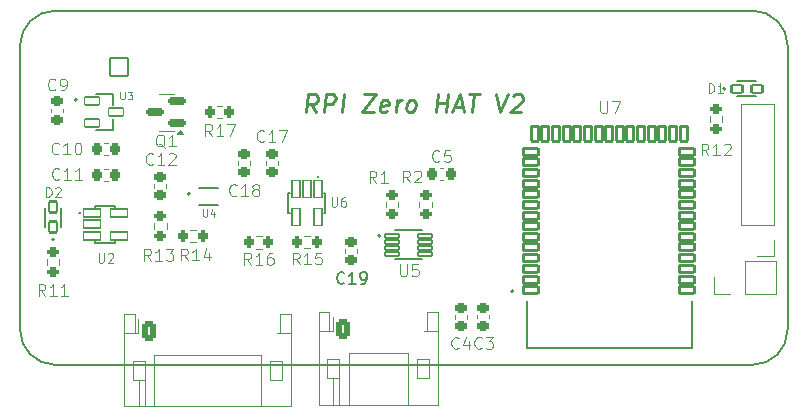
<source format=gbr>
%TF.GenerationSoftware,KiCad,Pcbnew,9.0.1*%
%TF.CreationDate,2025-04-15T21:25:17-04:00*%
%TF.ProjectId,psocpcb,70736f63-7063-4622-9e6b-696361645f70,rev?*%
%TF.SameCoordinates,Original*%
%TF.FileFunction,Legend,Top*%
%TF.FilePolarity,Positive*%
%FSLAX46Y46*%
G04 Gerber Fmt 4.6, Leading zero omitted, Abs format (unit mm)*
G04 Created by KiCad (PCBNEW 9.0.1) date 2025-04-15 21:25:17*
%MOMM*%
%LPD*%
G01*
G04 APERTURE LIST*
G04 Aperture macros list*
%AMRoundRect*
0 Rectangle with rounded corners*
0 $1 Rounding radius*
0 $2 $3 $4 $5 $6 $7 $8 $9 X,Y pos of 4 corners*
0 Add a 4 corners polygon primitive as box body*
4,1,4,$2,$3,$4,$5,$6,$7,$8,$9,$2,$3,0*
0 Add four circle primitives for the rounded corners*
1,1,$1+$1,$2,$3*
1,1,$1+$1,$4,$5*
1,1,$1+$1,$6,$7*
1,1,$1+$1,$8,$9*
0 Add four rect primitives between the rounded corners*
20,1,$1+$1,$2,$3,$4,$5,0*
20,1,$1+$1,$4,$5,$6,$7,0*
20,1,$1+$1,$6,$7,$8,$9,0*
20,1,$1+$1,$8,$9,$2,$3,0*%
G04 Aperture macros list end*
%ADD10C,0.250000*%
%ADD11C,0.125000*%
%ADD12C,0.150000*%
%ADD13C,0.078740*%
%ADD14C,0.100072*%
%ADD15C,0.100000*%
%ADD16C,0.125178*%
%ADD17C,0.080155*%
%ADD18C,0.120000*%
%ADD19C,0.127000*%
%ADD20C,0.200000*%
%ADD21C,0.010000*%
%ADD22RoundRect,0.250000X-0.350000X-0.625000X0.350000X-0.625000X0.350000X0.625000X-0.350000X0.625000X0*%
%ADD23O,1.200000X1.750000*%
%ADD24RoundRect,0.200000X-0.275000X0.200000X-0.275000X-0.200000X0.275000X-0.200000X0.275000X0.200000X0*%
%ADD25RoundRect,0.150000X0.587500X0.150000X-0.587500X0.150000X-0.587500X-0.150000X0.587500X-0.150000X0*%
%ADD26RoundRect,0.225000X-0.225000X-0.250000X0.225000X-0.250000X0.225000X0.250000X-0.225000X0.250000X0*%
%ADD27RoundRect,0.225000X0.250000X-0.225000X0.250000X0.225000X-0.250000X0.225000X-0.250000X-0.225000X0*%
%ADD28RoundRect,0.200000X0.200000X0.275000X-0.200000X0.275000X-0.200000X-0.275000X0.200000X-0.275000X0*%
%ADD29R,1.700000X1.700000*%
%ADD30C,1.700000*%
%ADD31RoundRect,0.225000X-0.250000X0.225000X-0.250000X-0.225000X0.250000X-0.225000X0.250000X0.225000X0*%
%ADD32RoundRect,0.059550X-0.337450X0.727450X-0.337450X-0.727450X0.337450X-0.727450X0.337450X0.727450X0*%
%ADD33RoundRect,0.111750X-0.460250X-0.335250X0.460250X-0.335250X0.460250X0.335250X-0.460250X0.335250X0*%
%ADD34RoundRect,0.059550X-0.727450X-0.337450X0.727450X-0.337450X0.727450X0.337450X-0.727450X0.337450X0*%
%ADD35RoundRect,0.200000X0.275000X-0.200000X0.275000X0.200000X-0.275000X0.200000X-0.275000X-0.200000X0*%
%ADD36RoundRect,0.102000X0.635000X0.305000X-0.635000X0.305000X-0.635000X-0.305000X0.635000X-0.305000X0*%
%ADD37RoundRect,0.102000X0.305000X0.635000X-0.305000X0.635000X-0.305000X-0.635000X0.305000X-0.635000X0*%
%ADD38C,2.750000*%
%ADD39RoundRect,0.102000X-0.754000X-0.754000X0.754000X-0.754000X0.754000X0.754000X-0.754000X0.754000X0*%
%ADD40C,1.712000*%
%ADD41RoundRect,0.059250X-0.602750X-0.177750X0.602750X-0.177750X0.602750X0.177750X-0.602750X0.177750X0*%
%ADD42RoundRect,0.061050X-0.630950X-0.345950X0.630950X-0.345950X0.630950X0.345950X-0.630950X0.345950X0*%
%ADD43RoundRect,0.111750X0.335250X-0.460250X0.335250X0.460250X-0.335250X0.460250X-0.335250X-0.460250X0*%
%ADD44RoundRect,0.200000X-0.200000X-0.275000X0.200000X-0.275000X0.200000X0.275000X-0.200000X0.275000X0*%
G04 APERTURE END LIST*
D10*
X97194830Y-55503428D02*
X96784115Y-54789142D01*
X96337687Y-55503428D02*
X96525187Y-54003428D01*
X96525187Y-54003428D02*
X97096615Y-54003428D01*
X97096615Y-54003428D02*
X97230544Y-54074857D01*
X97230544Y-54074857D02*
X97293044Y-54146285D01*
X97293044Y-54146285D02*
X97346615Y-54289142D01*
X97346615Y-54289142D02*
X97319830Y-54503428D01*
X97319830Y-54503428D02*
X97230544Y-54646285D01*
X97230544Y-54646285D02*
X97150187Y-54717714D01*
X97150187Y-54717714D02*
X96998401Y-54789142D01*
X96998401Y-54789142D02*
X96426973Y-54789142D01*
X97837687Y-55503428D02*
X98025187Y-54003428D01*
X98025187Y-54003428D02*
X98596615Y-54003428D01*
X98596615Y-54003428D02*
X98730544Y-54074857D01*
X98730544Y-54074857D02*
X98793044Y-54146285D01*
X98793044Y-54146285D02*
X98846615Y-54289142D01*
X98846615Y-54289142D02*
X98819830Y-54503428D01*
X98819830Y-54503428D02*
X98730544Y-54646285D01*
X98730544Y-54646285D02*
X98650187Y-54717714D01*
X98650187Y-54717714D02*
X98498401Y-54789142D01*
X98498401Y-54789142D02*
X97926973Y-54789142D01*
X99337687Y-55503428D02*
X99525187Y-54003428D01*
X101239473Y-54003428D02*
X102239473Y-54003428D01*
X102239473Y-54003428D02*
X101051973Y-55503428D01*
X101051973Y-55503428D02*
X102051973Y-55503428D01*
X103203758Y-55432000D02*
X103051972Y-55503428D01*
X103051972Y-55503428D02*
X102766258Y-55503428D01*
X102766258Y-55503428D02*
X102632329Y-55432000D01*
X102632329Y-55432000D02*
X102578758Y-55289142D01*
X102578758Y-55289142D02*
X102650187Y-54717714D01*
X102650187Y-54717714D02*
X102739472Y-54574857D01*
X102739472Y-54574857D02*
X102891258Y-54503428D01*
X102891258Y-54503428D02*
X103176972Y-54503428D01*
X103176972Y-54503428D02*
X103310901Y-54574857D01*
X103310901Y-54574857D02*
X103364472Y-54717714D01*
X103364472Y-54717714D02*
X103346615Y-54860571D01*
X103346615Y-54860571D02*
X102614472Y-55003428D01*
X103909115Y-55503428D02*
X104034115Y-54503428D01*
X103998401Y-54789142D02*
X104087686Y-54646285D01*
X104087686Y-54646285D02*
X104168043Y-54574857D01*
X104168043Y-54574857D02*
X104319829Y-54503428D01*
X104319829Y-54503428D02*
X104462686Y-54503428D01*
X105051972Y-55503428D02*
X104918043Y-55432000D01*
X104918043Y-55432000D02*
X104855543Y-55360571D01*
X104855543Y-55360571D02*
X104801972Y-55217714D01*
X104801972Y-55217714D02*
X104855543Y-54789142D01*
X104855543Y-54789142D02*
X104944829Y-54646285D01*
X104944829Y-54646285D02*
X105025186Y-54574857D01*
X105025186Y-54574857D02*
X105176972Y-54503428D01*
X105176972Y-54503428D02*
X105391257Y-54503428D01*
X105391257Y-54503428D02*
X105525186Y-54574857D01*
X105525186Y-54574857D02*
X105587686Y-54646285D01*
X105587686Y-54646285D02*
X105641257Y-54789142D01*
X105641257Y-54789142D02*
X105587686Y-55217714D01*
X105587686Y-55217714D02*
X105498400Y-55360571D01*
X105498400Y-55360571D02*
X105418043Y-55432000D01*
X105418043Y-55432000D02*
X105266257Y-55503428D01*
X105266257Y-55503428D02*
X105051972Y-55503428D01*
X107337686Y-55503428D02*
X107525186Y-54003428D01*
X107435900Y-54717714D02*
X108293043Y-54717714D01*
X108194829Y-55503428D02*
X108382329Y-54003428D01*
X108891258Y-55074857D02*
X109605543Y-55074857D01*
X108694829Y-55503428D02*
X109382329Y-54003428D01*
X109382329Y-54003428D02*
X109694829Y-55503428D01*
X110168043Y-54003428D02*
X111025186Y-54003428D01*
X110409115Y-55503428D02*
X110596615Y-54003428D01*
X112453757Y-54003428D02*
X112766257Y-55503428D01*
X112766257Y-55503428D02*
X113453757Y-54003428D01*
X113864471Y-54146285D02*
X113944828Y-54074857D01*
X113944828Y-54074857D02*
X114096614Y-54003428D01*
X114096614Y-54003428D02*
X114453757Y-54003428D01*
X114453757Y-54003428D02*
X114587685Y-54074857D01*
X114587685Y-54074857D02*
X114650185Y-54146285D01*
X114650185Y-54146285D02*
X114703757Y-54289142D01*
X114703757Y-54289142D02*
X114685900Y-54432000D01*
X114685900Y-54432000D02*
X114587685Y-54646285D01*
X114587685Y-54646285D02*
X113623400Y-55503428D01*
X113623400Y-55503428D02*
X114551971Y-55503428D01*
D11*
X130407142Y-59156119D02*
X130073809Y-58679928D01*
X129835714Y-59156119D02*
X129835714Y-58156119D01*
X129835714Y-58156119D02*
X130216666Y-58156119D01*
X130216666Y-58156119D02*
X130311904Y-58203738D01*
X130311904Y-58203738D02*
X130359523Y-58251357D01*
X130359523Y-58251357D02*
X130407142Y-58346595D01*
X130407142Y-58346595D02*
X130407142Y-58489452D01*
X130407142Y-58489452D02*
X130359523Y-58584690D01*
X130359523Y-58584690D02*
X130311904Y-58632309D01*
X130311904Y-58632309D02*
X130216666Y-58679928D01*
X130216666Y-58679928D02*
X129835714Y-58679928D01*
X131359523Y-59156119D02*
X130788095Y-59156119D01*
X131073809Y-59156119D02*
X131073809Y-58156119D01*
X131073809Y-58156119D02*
X130978571Y-58298976D01*
X130978571Y-58298976D02*
X130883333Y-58394214D01*
X130883333Y-58394214D02*
X130788095Y-58441833D01*
X131740476Y-58251357D02*
X131788095Y-58203738D01*
X131788095Y-58203738D02*
X131883333Y-58156119D01*
X131883333Y-58156119D02*
X132121428Y-58156119D01*
X132121428Y-58156119D02*
X132216666Y-58203738D01*
X132216666Y-58203738D02*
X132264285Y-58251357D01*
X132264285Y-58251357D02*
X132311904Y-58346595D01*
X132311904Y-58346595D02*
X132311904Y-58441833D01*
X132311904Y-58441833D02*
X132264285Y-58584690D01*
X132264285Y-58584690D02*
X131692857Y-59156119D01*
X131692857Y-59156119D02*
X132311904Y-59156119D01*
X84379761Y-58501357D02*
X84284523Y-58453738D01*
X84284523Y-58453738D02*
X84189285Y-58358500D01*
X84189285Y-58358500D02*
X84046428Y-58215642D01*
X84046428Y-58215642D02*
X83951190Y-58168023D01*
X83951190Y-58168023D02*
X83855952Y-58168023D01*
X83903571Y-58406119D02*
X83808333Y-58358500D01*
X83808333Y-58358500D02*
X83713095Y-58263261D01*
X83713095Y-58263261D02*
X83665476Y-58072785D01*
X83665476Y-58072785D02*
X83665476Y-57739452D01*
X83665476Y-57739452D02*
X83713095Y-57548976D01*
X83713095Y-57548976D02*
X83808333Y-57453738D01*
X83808333Y-57453738D02*
X83903571Y-57406119D01*
X83903571Y-57406119D02*
X84094047Y-57406119D01*
X84094047Y-57406119D02*
X84189285Y-57453738D01*
X84189285Y-57453738D02*
X84284523Y-57548976D01*
X84284523Y-57548976D02*
X84332142Y-57739452D01*
X84332142Y-57739452D02*
X84332142Y-58072785D01*
X84332142Y-58072785D02*
X84284523Y-58263261D01*
X84284523Y-58263261D02*
X84189285Y-58358500D01*
X84189285Y-58358500D02*
X84094047Y-58406119D01*
X84094047Y-58406119D02*
X83903571Y-58406119D01*
X85284523Y-58406119D02*
X84713095Y-58406119D01*
X84998809Y-58406119D02*
X84998809Y-57406119D01*
X84998809Y-57406119D02*
X84903571Y-57548976D01*
X84903571Y-57548976D02*
X84808333Y-57644214D01*
X84808333Y-57644214D02*
X84713095Y-57691833D01*
X75407142Y-58985880D02*
X75359523Y-59033500D01*
X75359523Y-59033500D02*
X75216666Y-59081119D01*
X75216666Y-59081119D02*
X75121428Y-59081119D01*
X75121428Y-59081119D02*
X74978571Y-59033500D01*
X74978571Y-59033500D02*
X74883333Y-58938261D01*
X74883333Y-58938261D02*
X74835714Y-58843023D01*
X74835714Y-58843023D02*
X74788095Y-58652547D01*
X74788095Y-58652547D02*
X74788095Y-58509690D01*
X74788095Y-58509690D02*
X74835714Y-58319214D01*
X74835714Y-58319214D02*
X74883333Y-58223976D01*
X74883333Y-58223976D02*
X74978571Y-58128738D01*
X74978571Y-58128738D02*
X75121428Y-58081119D01*
X75121428Y-58081119D02*
X75216666Y-58081119D01*
X75216666Y-58081119D02*
X75359523Y-58128738D01*
X75359523Y-58128738D02*
X75407142Y-58176357D01*
X76359523Y-59081119D02*
X75788095Y-59081119D01*
X76073809Y-59081119D02*
X76073809Y-58081119D01*
X76073809Y-58081119D02*
X75978571Y-58223976D01*
X75978571Y-58223976D02*
X75883333Y-58319214D01*
X75883333Y-58319214D02*
X75788095Y-58366833D01*
X76978571Y-58081119D02*
X77073809Y-58081119D01*
X77073809Y-58081119D02*
X77169047Y-58128738D01*
X77169047Y-58128738D02*
X77216666Y-58176357D01*
X77216666Y-58176357D02*
X77264285Y-58271595D01*
X77264285Y-58271595D02*
X77311904Y-58462071D01*
X77311904Y-58462071D02*
X77311904Y-58700166D01*
X77311904Y-58700166D02*
X77264285Y-58890642D01*
X77264285Y-58890642D02*
X77216666Y-58985880D01*
X77216666Y-58985880D02*
X77169047Y-59033500D01*
X77169047Y-59033500D02*
X77073809Y-59081119D01*
X77073809Y-59081119D02*
X76978571Y-59081119D01*
X76978571Y-59081119D02*
X76883333Y-59033500D01*
X76883333Y-59033500D02*
X76835714Y-58985880D01*
X76835714Y-58985880D02*
X76788095Y-58890642D01*
X76788095Y-58890642D02*
X76740476Y-58700166D01*
X76740476Y-58700166D02*
X76740476Y-58462071D01*
X76740476Y-58462071D02*
X76788095Y-58271595D01*
X76788095Y-58271595D02*
X76835714Y-58176357D01*
X76835714Y-58176357D02*
X76883333Y-58128738D01*
X76883333Y-58128738D02*
X76978571Y-58081119D01*
X74257142Y-71056119D02*
X73923809Y-70579928D01*
X73685714Y-71056119D02*
X73685714Y-70056119D01*
X73685714Y-70056119D02*
X74066666Y-70056119D01*
X74066666Y-70056119D02*
X74161904Y-70103738D01*
X74161904Y-70103738D02*
X74209523Y-70151357D01*
X74209523Y-70151357D02*
X74257142Y-70246595D01*
X74257142Y-70246595D02*
X74257142Y-70389452D01*
X74257142Y-70389452D02*
X74209523Y-70484690D01*
X74209523Y-70484690D02*
X74161904Y-70532309D01*
X74161904Y-70532309D02*
X74066666Y-70579928D01*
X74066666Y-70579928D02*
X73685714Y-70579928D01*
X75209523Y-71056119D02*
X74638095Y-71056119D01*
X74923809Y-71056119D02*
X74923809Y-70056119D01*
X74923809Y-70056119D02*
X74828571Y-70198976D01*
X74828571Y-70198976D02*
X74733333Y-70294214D01*
X74733333Y-70294214D02*
X74638095Y-70341833D01*
X76161904Y-71056119D02*
X75590476Y-71056119D01*
X75876190Y-71056119D02*
X75876190Y-70056119D01*
X75876190Y-70056119D02*
X75780952Y-70198976D01*
X75780952Y-70198976D02*
X75685714Y-70294214D01*
X75685714Y-70294214D02*
X75590476Y-70341833D01*
X90457142Y-62510880D02*
X90409523Y-62558500D01*
X90409523Y-62558500D02*
X90266666Y-62606119D01*
X90266666Y-62606119D02*
X90171428Y-62606119D01*
X90171428Y-62606119D02*
X90028571Y-62558500D01*
X90028571Y-62558500D02*
X89933333Y-62463261D01*
X89933333Y-62463261D02*
X89885714Y-62368023D01*
X89885714Y-62368023D02*
X89838095Y-62177547D01*
X89838095Y-62177547D02*
X89838095Y-62034690D01*
X89838095Y-62034690D02*
X89885714Y-61844214D01*
X89885714Y-61844214D02*
X89933333Y-61748976D01*
X89933333Y-61748976D02*
X90028571Y-61653738D01*
X90028571Y-61653738D02*
X90171428Y-61606119D01*
X90171428Y-61606119D02*
X90266666Y-61606119D01*
X90266666Y-61606119D02*
X90409523Y-61653738D01*
X90409523Y-61653738D02*
X90457142Y-61701357D01*
X91409523Y-62606119D02*
X90838095Y-62606119D01*
X91123809Y-62606119D02*
X91123809Y-61606119D01*
X91123809Y-61606119D02*
X91028571Y-61748976D01*
X91028571Y-61748976D02*
X90933333Y-61844214D01*
X90933333Y-61844214D02*
X90838095Y-61891833D01*
X91980952Y-62034690D02*
X91885714Y-61987071D01*
X91885714Y-61987071D02*
X91838095Y-61939452D01*
X91838095Y-61939452D02*
X91790476Y-61844214D01*
X91790476Y-61844214D02*
X91790476Y-61796595D01*
X91790476Y-61796595D02*
X91838095Y-61701357D01*
X91838095Y-61701357D02*
X91885714Y-61653738D01*
X91885714Y-61653738D02*
X91980952Y-61606119D01*
X91980952Y-61606119D02*
X92171428Y-61606119D01*
X92171428Y-61606119D02*
X92266666Y-61653738D01*
X92266666Y-61653738D02*
X92314285Y-61701357D01*
X92314285Y-61701357D02*
X92361904Y-61796595D01*
X92361904Y-61796595D02*
X92361904Y-61844214D01*
X92361904Y-61844214D02*
X92314285Y-61939452D01*
X92314285Y-61939452D02*
X92266666Y-61987071D01*
X92266666Y-61987071D02*
X92171428Y-62034690D01*
X92171428Y-62034690D02*
X91980952Y-62034690D01*
X91980952Y-62034690D02*
X91885714Y-62082309D01*
X91885714Y-62082309D02*
X91838095Y-62129928D01*
X91838095Y-62129928D02*
X91790476Y-62225166D01*
X91790476Y-62225166D02*
X91790476Y-62415642D01*
X91790476Y-62415642D02*
X91838095Y-62510880D01*
X91838095Y-62510880D02*
X91885714Y-62558500D01*
X91885714Y-62558500D02*
X91980952Y-62606119D01*
X91980952Y-62606119D02*
X92171428Y-62606119D01*
X92171428Y-62606119D02*
X92266666Y-62558500D01*
X92266666Y-62558500D02*
X92314285Y-62510880D01*
X92314285Y-62510880D02*
X92361904Y-62415642D01*
X92361904Y-62415642D02*
X92361904Y-62225166D01*
X92361904Y-62225166D02*
X92314285Y-62129928D01*
X92314285Y-62129928D02*
X92266666Y-62082309D01*
X92266666Y-62082309D02*
X92171428Y-62034690D01*
X91684642Y-68411119D02*
X91351309Y-67934928D01*
X91113214Y-68411119D02*
X91113214Y-67411119D01*
X91113214Y-67411119D02*
X91494166Y-67411119D01*
X91494166Y-67411119D02*
X91589404Y-67458738D01*
X91589404Y-67458738D02*
X91637023Y-67506357D01*
X91637023Y-67506357D02*
X91684642Y-67601595D01*
X91684642Y-67601595D02*
X91684642Y-67744452D01*
X91684642Y-67744452D02*
X91637023Y-67839690D01*
X91637023Y-67839690D02*
X91589404Y-67887309D01*
X91589404Y-67887309D02*
X91494166Y-67934928D01*
X91494166Y-67934928D02*
X91113214Y-67934928D01*
X92637023Y-68411119D02*
X92065595Y-68411119D01*
X92351309Y-68411119D02*
X92351309Y-67411119D01*
X92351309Y-67411119D02*
X92256071Y-67553976D01*
X92256071Y-67553976D02*
X92160833Y-67649214D01*
X92160833Y-67649214D02*
X92065595Y-67696833D01*
X93494166Y-67411119D02*
X93303690Y-67411119D01*
X93303690Y-67411119D02*
X93208452Y-67458738D01*
X93208452Y-67458738D02*
X93160833Y-67506357D01*
X93160833Y-67506357D02*
X93065595Y-67649214D01*
X93065595Y-67649214D02*
X93017976Y-67839690D01*
X93017976Y-67839690D02*
X93017976Y-68220642D01*
X93017976Y-68220642D02*
X93065595Y-68315880D01*
X93065595Y-68315880D02*
X93113214Y-68363500D01*
X93113214Y-68363500D02*
X93208452Y-68411119D01*
X93208452Y-68411119D02*
X93398928Y-68411119D01*
X93398928Y-68411119D02*
X93494166Y-68363500D01*
X93494166Y-68363500D02*
X93541785Y-68315880D01*
X93541785Y-68315880D02*
X93589404Y-68220642D01*
X93589404Y-68220642D02*
X93589404Y-67982547D01*
X93589404Y-67982547D02*
X93541785Y-67887309D01*
X93541785Y-67887309D02*
X93494166Y-67839690D01*
X93494166Y-67839690D02*
X93398928Y-67792071D01*
X93398928Y-67792071D02*
X93208452Y-67792071D01*
X93208452Y-67792071D02*
X93113214Y-67839690D01*
X93113214Y-67839690D02*
X93065595Y-67887309D01*
X93065595Y-67887309D02*
X93017976Y-67982547D01*
X88382142Y-57531119D02*
X88048809Y-57054928D01*
X87810714Y-57531119D02*
X87810714Y-56531119D01*
X87810714Y-56531119D02*
X88191666Y-56531119D01*
X88191666Y-56531119D02*
X88286904Y-56578738D01*
X88286904Y-56578738D02*
X88334523Y-56626357D01*
X88334523Y-56626357D02*
X88382142Y-56721595D01*
X88382142Y-56721595D02*
X88382142Y-56864452D01*
X88382142Y-56864452D02*
X88334523Y-56959690D01*
X88334523Y-56959690D02*
X88286904Y-57007309D01*
X88286904Y-57007309D02*
X88191666Y-57054928D01*
X88191666Y-57054928D02*
X87810714Y-57054928D01*
X89334523Y-57531119D02*
X88763095Y-57531119D01*
X89048809Y-57531119D02*
X89048809Y-56531119D01*
X89048809Y-56531119D02*
X88953571Y-56673976D01*
X88953571Y-56673976D02*
X88858333Y-56769214D01*
X88858333Y-56769214D02*
X88763095Y-56816833D01*
X89667857Y-56531119D02*
X90334523Y-56531119D01*
X90334523Y-56531119D02*
X89905952Y-57531119D01*
X83207142Y-68081119D02*
X82873809Y-67604928D01*
X82635714Y-68081119D02*
X82635714Y-67081119D01*
X82635714Y-67081119D02*
X83016666Y-67081119D01*
X83016666Y-67081119D02*
X83111904Y-67128738D01*
X83111904Y-67128738D02*
X83159523Y-67176357D01*
X83159523Y-67176357D02*
X83207142Y-67271595D01*
X83207142Y-67271595D02*
X83207142Y-67414452D01*
X83207142Y-67414452D02*
X83159523Y-67509690D01*
X83159523Y-67509690D02*
X83111904Y-67557309D01*
X83111904Y-67557309D02*
X83016666Y-67604928D01*
X83016666Y-67604928D02*
X82635714Y-67604928D01*
X84159523Y-68081119D02*
X83588095Y-68081119D01*
X83873809Y-68081119D02*
X83873809Y-67081119D01*
X83873809Y-67081119D02*
X83778571Y-67223976D01*
X83778571Y-67223976D02*
X83683333Y-67319214D01*
X83683333Y-67319214D02*
X83588095Y-67366833D01*
X84492857Y-67081119D02*
X85111904Y-67081119D01*
X85111904Y-67081119D02*
X84778571Y-67462071D01*
X84778571Y-67462071D02*
X84921428Y-67462071D01*
X84921428Y-67462071D02*
X85016666Y-67509690D01*
X85016666Y-67509690D02*
X85064285Y-67557309D01*
X85064285Y-67557309D02*
X85111904Y-67652547D01*
X85111904Y-67652547D02*
X85111904Y-67890642D01*
X85111904Y-67890642D02*
X85064285Y-67985880D01*
X85064285Y-67985880D02*
X85016666Y-68033500D01*
X85016666Y-68033500D02*
X84921428Y-68081119D01*
X84921428Y-68081119D02*
X84635714Y-68081119D01*
X84635714Y-68081119D02*
X84540476Y-68033500D01*
X84540476Y-68033500D02*
X84492857Y-67985880D01*
X75108333Y-53560880D02*
X75060714Y-53608500D01*
X75060714Y-53608500D02*
X74917857Y-53656119D01*
X74917857Y-53656119D02*
X74822619Y-53656119D01*
X74822619Y-53656119D02*
X74679762Y-53608500D01*
X74679762Y-53608500D02*
X74584524Y-53513261D01*
X74584524Y-53513261D02*
X74536905Y-53418023D01*
X74536905Y-53418023D02*
X74489286Y-53227547D01*
X74489286Y-53227547D02*
X74489286Y-53084690D01*
X74489286Y-53084690D02*
X74536905Y-52894214D01*
X74536905Y-52894214D02*
X74584524Y-52798976D01*
X74584524Y-52798976D02*
X74679762Y-52703738D01*
X74679762Y-52703738D02*
X74822619Y-52656119D01*
X74822619Y-52656119D02*
X74917857Y-52656119D01*
X74917857Y-52656119D02*
X75060714Y-52703738D01*
X75060714Y-52703738D02*
X75108333Y-52751357D01*
X75584524Y-53656119D02*
X75775000Y-53656119D01*
X75775000Y-53656119D02*
X75870238Y-53608500D01*
X75870238Y-53608500D02*
X75917857Y-53560880D01*
X75917857Y-53560880D02*
X76013095Y-53418023D01*
X76013095Y-53418023D02*
X76060714Y-53227547D01*
X76060714Y-53227547D02*
X76060714Y-52846595D01*
X76060714Y-52846595D02*
X76013095Y-52751357D01*
X76013095Y-52751357D02*
X75965476Y-52703738D01*
X75965476Y-52703738D02*
X75870238Y-52656119D01*
X75870238Y-52656119D02*
X75679762Y-52656119D01*
X75679762Y-52656119D02*
X75584524Y-52703738D01*
X75584524Y-52703738D02*
X75536905Y-52751357D01*
X75536905Y-52751357D02*
X75489286Y-52846595D01*
X75489286Y-52846595D02*
X75489286Y-53084690D01*
X75489286Y-53084690D02*
X75536905Y-53179928D01*
X75536905Y-53179928D02*
X75584524Y-53227547D01*
X75584524Y-53227547D02*
X75679762Y-53275166D01*
X75679762Y-53275166D02*
X75870238Y-53275166D01*
X75870238Y-53275166D02*
X75965476Y-53227547D01*
X75965476Y-53227547D02*
X76013095Y-53179928D01*
X76013095Y-53179928D02*
X76060714Y-53084690D01*
X95782142Y-68386119D02*
X95448809Y-67909928D01*
X95210714Y-68386119D02*
X95210714Y-67386119D01*
X95210714Y-67386119D02*
X95591666Y-67386119D01*
X95591666Y-67386119D02*
X95686904Y-67433738D01*
X95686904Y-67433738D02*
X95734523Y-67481357D01*
X95734523Y-67481357D02*
X95782142Y-67576595D01*
X95782142Y-67576595D02*
X95782142Y-67719452D01*
X95782142Y-67719452D02*
X95734523Y-67814690D01*
X95734523Y-67814690D02*
X95686904Y-67862309D01*
X95686904Y-67862309D02*
X95591666Y-67909928D01*
X95591666Y-67909928D02*
X95210714Y-67909928D01*
X96734523Y-68386119D02*
X96163095Y-68386119D01*
X96448809Y-68386119D02*
X96448809Y-67386119D01*
X96448809Y-67386119D02*
X96353571Y-67528976D01*
X96353571Y-67528976D02*
X96258333Y-67624214D01*
X96258333Y-67624214D02*
X96163095Y-67671833D01*
X97639285Y-67386119D02*
X97163095Y-67386119D01*
X97163095Y-67386119D02*
X97115476Y-67862309D01*
X97115476Y-67862309D02*
X97163095Y-67814690D01*
X97163095Y-67814690D02*
X97258333Y-67767071D01*
X97258333Y-67767071D02*
X97496428Y-67767071D01*
X97496428Y-67767071D02*
X97591666Y-67814690D01*
X97591666Y-67814690D02*
X97639285Y-67862309D01*
X97639285Y-67862309D02*
X97686904Y-67957547D01*
X97686904Y-67957547D02*
X97686904Y-68195642D01*
X97686904Y-68195642D02*
X97639285Y-68290880D01*
X97639285Y-68290880D02*
X97591666Y-68338500D01*
X97591666Y-68338500D02*
X97496428Y-68386119D01*
X97496428Y-68386119D02*
X97258333Y-68386119D01*
X97258333Y-68386119D02*
X97163095Y-68338500D01*
X97163095Y-68338500D02*
X97115476Y-68290880D01*
D12*
X99582142Y-69959580D02*
X99534523Y-70007200D01*
X99534523Y-70007200D02*
X99391666Y-70054819D01*
X99391666Y-70054819D02*
X99296428Y-70054819D01*
X99296428Y-70054819D02*
X99153571Y-70007200D01*
X99153571Y-70007200D02*
X99058333Y-69911961D01*
X99058333Y-69911961D02*
X99010714Y-69816723D01*
X99010714Y-69816723D02*
X98963095Y-69626247D01*
X98963095Y-69626247D02*
X98963095Y-69483390D01*
X98963095Y-69483390D02*
X99010714Y-69292914D01*
X99010714Y-69292914D02*
X99058333Y-69197676D01*
X99058333Y-69197676D02*
X99153571Y-69102438D01*
X99153571Y-69102438D02*
X99296428Y-69054819D01*
X99296428Y-69054819D02*
X99391666Y-69054819D01*
X99391666Y-69054819D02*
X99534523Y-69102438D01*
X99534523Y-69102438D02*
X99582142Y-69150057D01*
X100534523Y-70054819D02*
X99963095Y-70054819D01*
X100248809Y-70054819D02*
X100248809Y-69054819D01*
X100248809Y-69054819D02*
X100153571Y-69197676D01*
X100153571Y-69197676D02*
X100058333Y-69292914D01*
X100058333Y-69292914D02*
X99963095Y-69340533D01*
X101010714Y-70054819D02*
X101201190Y-70054819D01*
X101201190Y-70054819D02*
X101296428Y-70007200D01*
X101296428Y-70007200D02*
X101344047Y-69959580D01*
X101344047Y-69959580D02*
X101439285Y-69816723D01*
X101439285Y-69816723D02*
X101486904Y-69626247D01*
X101486904Y-69626247D02*
X101486904Y-69245295D01*
X101486904Y-69245295D02*
X101439285Y-69150057D01*
X101439285Y-69150057D02*
X101391666Y-69102438D01*
X101391666Y-69102438D02*
X101296428Y-69054819D01*
X101296428Y-69054819D02*
X101105952Y-69054819D01*
X101105952Y-69054819D02*
X101010714Y-69102438D01*
X101010714Y-69102438D02*
X100963095Y-69150057D01*
X100963095Y-69150057D02*
X100915476Y-69245295D01*
X100915476Y-69245295D02*
X100915476Y-69483390D01*
X100915476Y-69483390D02*
X100963095Y-69578628D01*
X100963095Y-69578628D02*
X101010714Y-69626247D01*
X101010714Y-69626247D02*
X101105952Y-69673866D01*
X101105952Y-69673866D02*
X101296428Y-69673866D01*
X101296428Y-69673866D02*
X101391666Y-69626247D01*
X101391666Y-69626247D02*
X101439285Y-69578628D01*
X101439285Y-69578628D02*
X101486904Y-69483390D01*
D13*
X87620060Y-63732398D02*
X87620060Y-64242334D01*
X87620060Y-64242334D02*
X87650056Y-64302326D01*
X87650056Y-64302326D02*
X87680052Y-64332323D01*
X87680052Y-64332323D02*
X87740045Y-64362319D01*
X87740045Y-64362319D02*
X87860030Y-64362319D01*
X87860030Y-64362319D02*
X87920022Y-64332323D01*
X87920022Y-64332323D02*
X87950018Y-64302326D01*
X87950018Y-64302326D02*
X87980015Y-64242334D01*
X87980015Y-64242334D02*
X87980015Y-63732398D01*
X88549943Y-63942371D02*
X88549943Y-64362319D01*
X88399962Y-63702402D02*
X88249980Y-64152345D01*
X88249980Y-64152345D02*
X88639932Y-64152345D01*
D11*
X83382142Y-59860880D02*
X83334523Y-59908500D01*
X83334523Y-59908500D02*
X83191666Y-59956119D01*
X83191666Y-59956119D02*
X83096428Y-59956119D01*
X83096428Y-59956119D02*
X82953571Y-59908500D01*
X82953571Y-59908500D02*
X82858333Y-59813261D01*
X82858333Y-59813261D02*
X82810714Y-59718023D01*
X82810714Y-59718023D02*
X82763095Y-59527547D01*
X82763095Y-59527547D02*
X82763095Y-59384690D01*
X82763095Y-59384690D02*
X82810714Y-59194214D01*
X82810714Y-59194214D02*
X82858333Y-59098976D01*
X82858333Y-59098976D02*
X82953571Y-59003738D01*
X82953571Y-59003738D02*
X83096428Y-58956119D01*
X83096428Y-58956119D02*
X83191666Y-58956119D01*
X83191666Y-58956119D02*
X83334523Y-59003738D01*
X83334523Y-59003738D02*
X83382142Y-59051357D01*
X84334523Y-59956119D02*
X83763095Y-59956119D01*
X84048809Y-59956119D02*
X84048809Y-58956119D01*
X84048809Y-58956119D02*
X83953571Y-59098976D01*
X83953571Y-59098976D02*
X83858333Y-59194214D01*
X83858333Y-59194214D02*
X83763095Y-59241833D01*
X84715476Y-59051357D02*
X84763095Y-59003738D01*
X84763095Y-59003738D02*
X84858333Y-58956119D01*
X84858333Y-58956119D02*
X85096428Y-58956119D01*
X85096428Y-58956119D02*
X85191666Y-59003738D01*
X85191666Y-59003738D02*
X85239285Y-59051357D01*
X85239285Y-59051357D02*
X85286904Y-59146595D01*
X85286904Y-59146595D02*
X85286904Y-59241833D01*
X85286904Y-59241833D02*
X85239285Y-59384690D01*
X85239285Y-59384690D02*
X84667857Y-59956119D01*
X84667857Y-59956119D02*
X85286904Y-59956119D01*
D14*
X98490038Y-62714582D02*
X98490038Y-63362667D01*
X98490038Y-63362667D02*
X98528160Y-63438912D01*
X98528160Y-63438912D02*
X98566283Y-63477035D01*
X98566283Y-63477035D02*
X98642528Y-63515157D01*
X98642528Y-63515157D02*
X98795019Y-63515157D01*
X98795019Y-63515157D02*
X98871264Y-63477035D01*
X98871264Y-63477035D02*
X98909386Y-63438912D01*
X98909386Y-63438912D02*
X98947509Y-63362667D01*
X98947509Y-63362667D02*
X98947509Y-62714582D01*
X99671839Y-62714582D02*
X99519349Y-62714582D01*
X99519349Y-62714582D02*
X99443103Y-62752705D01*
X99443103Y-62752705D02*
X99404981Y-62790827D01*
X99404981Y-62790827D02*
X99328736Y-62905195D01*
X99328736Y-62905195D02*
X99290613Y-63057686D01*
X99290613Y-63057686D02*
X99290613Y-63362667D01*
X99290613Y-63362667D02*
X99328736Y-63438912D01*
X99328736Y-63438912D02*
X99366858Y-63477035D01*
X99366858Y-63477035D02*
X99443103Y-63515157D01*
X99443103Y-63515157D02*
X99595594Y-63515157D01*
X99595594Y-63515157D02*
X99671839Y-63477035D01*
X99671839Y-63477035D02*
X99709962Y-63438912D01*
X99709962Y-63438912D02*
X99748084Y-63362667D01*
X99748084Y-63362667D02*
X99748084Y-63172054D01*
X99748084Y-63172054D02*
X99709962Y-63095808D01*
X99709962Y-63095808D02*
X99671839Y-63057686D01*
X99671839Y-63057686D02*
X99595594Y-63019563D01*
X99595594Y-63019563D02*
X99443103Y-63019563D01*
X99443103Y-63019563D02*
X99366858Y-63057686D01*
X99366858Y-63057686D02*
X99328736Y-63095808D01*
X99328736Y-63095808D02*
X99290613Y-63172054D01*
D15*
X130434524Y-53864895D02*
X130434524Y-53064895D01*
X130434524Y-53064895D02*
X130625000Y-53064895D01*
X130625000Y-53064895D02*
X130739286Y-53102990D01*
X130739286Y-53102990D02*
X130815476Y-53179180D01*
X130815476Y-53179180D02*
X130853571Y-53255371D01*
X130853571Y-53255371D02*
X130891667Y-53407752D01*
X130891667Y-53407752D02*
X130891667Y-53522038D01*
X130891667Y-53522038D02*
X130853571Y-53674419D01*
X130853571Y-53674419D02*
X130815476Y-53750609D01*
X130815476Y-53750609D02*
X130739286Y-53826800D01*
X130739286Y-53826800D02*
X130625000Y-53864895D01*
X130625000Y-53864895D02*
X130434524Y-53864895D01*
X131653571Y-53864895D02*
X131196428Y-53864895D01*
X131425000Y-53864895D02*
X131425000Y-53064895D01*
X131425000Y-53064895D02*
X131348809Y-53179180D01*
X131348809Y-53179180D02*
X131272619Y-53255371D01*
X131272619Y-53255371D02*
X131196428Y-53293466D01*
D14*
X78765038Y-67439582D02*
X78765038Y-68087667D01*
X78765038Y-68087667D02*
X78803160Y-68163912D01*
X78803160Y-68163912D02*
X78841283Y-68202035D01*
X78841283Y-68202035D02*
X78917528Y-68240157D01*
X78917528Y-68240157D02*
X79070019Y-68240157D01*
X79070019Y-68240157D02*
X79146264Y-68202035D01*
X79146264Y-68202035D02*
X79184386Y-68163912D01*
X79184386Y-68163912D02*
X79222509Y-68087667D01*
X79222509Y-68087667D02*
X79222509Y-67439582D01*
X79565613Y-67515827D02*
X79603736Y-67477705D01*
X79603736Y-67477705D02*
X79679981Y-67439582D01*
X79679981Y-67439582D02*
X79870594Y-67439582D01*
X79870594Y-67439582D02*
X79946839Y-67477705D01*
X79946839Y-67477705D02*
X79984962Y-67515827D01*
X79984962Y-67515827D02*
X80023084Y-67592073D01*
X80023084Y-67592073D02*
X80023084Y-67668318D01*
X80023084Y-67668318D02*
X79984962Y-67782686D01*
X79984962Y-67782686D02*
X79527490Y-68240157D01*
X79527490Y-68240157D02*
X80023084Y-68240157D01*
D11*
X105133333Y-61456119D02*
X104800000Y-60979928D01*
X104561905Y-61456119D02*
X104561905Y-60456119D01*
X104561905Y-60456119D02*
X104942857Y-60456119D01*
X104942857Y-60456119D02*
X105038095Y-60503738D01*
X105038095Y-60503738D02*
X105085714Y-60551357D01*
X105085714Y-60551357D02*
X105133333Y-60646595D01*
X105133333Y-60646595D02*
X105133333Y-60789452D01*
X105133333Y-60789452D02*
X105085714Y-60884690D01*
X105085714Y-60884690D02*
X105038095Y-60932309D01*
X105038095Y-60932309D02*
X104942857Y-60979928D01*
X104942857Y-60979928D02*
X104561905Y-60979928D01*
X105514286Y-60551357D02*
X105561905Y-60503738D01*
X105561905Y-60503738D02*
X105657143Y-60456119D01*
X105657143Y-60456119D02*
X105895238Y-60456119D01*
X105895238Y-60456119D02*
X105990476Y-60503738D01*
X105990476Y-60503738D02*
X106038095Y-60551357D01*
X106038095Y-60551357D02*
X106085714Y-60646595D01*
X106085714Y-60646595D02*
X106085714Y-60741833D01*
X106085714Y-60741833D02*
X106038095Y-60884690D01*
X106038095Y-60884690D02*
X105466667Y-61456119D01*
X105466667Y-61456119D02*
X106085714Y-61456119D01*
D16*
X121262009Y-54580343D02*
X121262009Y-55391021D01*
X121262009Y-55391021D02*
X121309696Y-55486395D01*
X121309696Y-55486395D02*
X121357383Y-55534082D01*
X121357383Y-55534082D02*
X121452757Y-55581768D01*
X121452757Y-55581768D02*
X121643504Y-55581768D01*
X121643504Y-55581768D02*
X121738878Y-55534082D01*
X121738878Y-55534082D02*
X121786565Y-55486395D01*
X121786565Y-55486395D02*
X121834252Y-55391021D01*
X121834252Y-55391021D02*
X121834252Y-54580343D01*
X122215747Y-54580343D02*
X122883364Y-54580343D01*
X122883364Y-54580343D02*
X122454182Y-55581768D01*
D11*
X109258333Y-75460880D02*
X109210714Y-75508500D01*
X109210714Y-75508500D02*
X109067857Y-75556119D01*
X109067857Y-75556119D02*
X108972619Y-75556119D01*
X108972619Y-75556119D02*
X108829762Y-75508500D01*
X108829762Y-75508500D02*
X108734524Y-75413261D01*
X108734524Y-75413261D02*
X108686905Y-75318023D01*
X108686905Y-75318023D02*
X108639286Y-75127547D01*
X108639286Y-75127547D02*
X108639286Y-74984690D01*
X108639286Y-74984690D02*
X108686905Y-74794214D01*
X108686905Y-74794214D02*
X108734524Y-74698976D01*
X108734524Y-74698976D02*
X108829762Y-74603738D01*
X108829762Y-74603738D02*
X108972619Y-74556119D01*
X108972619Y-74556119D02*
X109067857Y-74556119D01*
X109067857Y-74556119D02*
X109210714Y-74603738D01*
X109210714Y-74603738D02*
X109258333Y-74651357D01*
X110115476Y-74889452D02*
X110115476Y-75556119D01*
X109877381Y-74508500D02*
X109639286Y-75222785D01*
X109639286Y-75222785D02*
X110258333Y-75222785D01*
X104288095Y-68381119D02*
X104288095Y-69190642D01*
X104288095Y-69190642D02*
X104335714Y-69285880D01*
X104335714Y-69285880D02*
X104383333Y-69333500D01*
X104383333Y-69333500D02*
X104478571Y-69381119D01*
X104478571Y-69381119D02*
X104669047Y-69381119D01*
X104669047Y-69381119D02*
X104764285Y-69333500D01*
X104764285Y-69333500D02*
X104811904Y-69285880D01*
X104811904Y-69285880D02*
X104859523Y-69190642D01*
X104859523Y-69190642D02*
X104859523Y-68381119D01*
X105811904Y-68381119D02*
X105335714Y-68381119D01*
X105335714Y-68381119D02*
X105288095Y-68857309D01*
X105288095Y-68857309D02*
X105335714Y-68809690D01*
X105335714Y-68809690D02*
X105430952Y-68762071D01*
X105430952Y-68762071D02*
X105669047Y-68762071D01*
X105669047Y-68762071D02*
X105764285Y-68809690D01*
X105764285Y-68809690D02*
X105811904Y-68857309D01*
X105811904Y-68857309D02*
X105859523Y-68952547D01*
X105859523Y-68952547D02*
X105859523Y-69190642D01*
X105859523Y-69190642D02*
X105811904Y-69285880D01*
X105811904Y-69285880D02*
X105764285Y-69333500D01*
X105764285Y-69333500D02*
X105669047Y-69381119D01*
X105669047Y-69381119D02*
X105430952Y-69381119D01*
X105430952Y-69381119D02*
X105335714Y-69333500D01*
X105335714Y-69333500D02*
X105288095Y-69285880D01*
X92782142Y-57935880D02*
X92734523Y-57983500D01*
X92734523Y-57983500D02*
X92591666Y-58031119D01*
X92591666Y-58031119D02*
X92496428Y-58031119D01*
X92496428Y-58031119D02*
X92353571Y-57983500D01*
X92353571Y-57983500D02*
X92258333Y-57888261D01*
X92258333Y-57888261D02*
X92210714Y-57793023D01*
X92210714Y-57793023D02*
X92163095Y-57602547D01*
X92163095Y-57602547D02*
X92163095Y-57459690D01*
X92163095Y-57459690D02*
X92210714Y-57269214D01*
X92210714Y-57269214D02*
X92258333Y-57173976D01*
X92258333Y-57173976D02*
X92353571Y-57078738D01*
X92353571Y-57078738D02*
X92496428Y-57031119D01*
X92496428Y-57031119D02*
X92591666Y-57031119D01*
X92591666Y-57031119D02*
X92734523Y-57078738D01*
X92734523Y-57078738D02*
X92782142Y-57126357D01*
X93734523Y-58031119D02*
X93163095Y-58031119D01*
X93448809Y-58031119D02*
X93448809Y-57031119D01*
X93448809Y-57031119D02*
X93353571Y-57173976D01*
X93353571Y-57173976D02*
X93258333Y-57269214D01*
X93258333Y-57269214D02*
X93163095Y-57316833D01*
X94067857Y-57031119D02*
X94734523Y-57031119D01*
X94734523Y-57031119D02*
X94305952Y-58031119D01*
D17*
X80611436Y-53776241D02*
X80611436Y-54295340D01*
X80611436Y-54295340D02*
X80641971Y-54356410D01*
X80641971Y-54356410D02*
X80672506Y-54386946D01*
X80672506Y-54386946D02*
X80733577Y-54417481D01*
X80733577Y-54417481D02*
X80855718Y-54417481D01*
X80855718Y-54417481D02*
X80916788Y-54386946D01*
X80916788Y-54386946D02*
X80947323Y-54356410D01*
X80947323Y-54356410D02*
X80977859Y-54295340D01*
X80977859Y-54295340D02*
X80977859Y-53776241D01*
X81222140Y-53776241D02*
X81619098Y-53776241D01*
X81619098Y-53776241D02*
X81405352Y-54020523D01*
X81405352Y-54020523D02*
X81496957Y-54020523D01*
X81496957Y-54020523D02*
X81558028Y-54051058D01*
X81558028Y-54051058D02*
X81588563Y-54081593D01*
X81588563Y-54081593D02*
X81619098Y-54142664D01*
X81619098Y-54142664D02*
X81619098Y-54295340D01*
X81619098Y-54295340D02*
X81588563Y-54356410D01*
X81588563Y-54356410D02*
X81558028Y-54386946D01*
X81558028Y-54386946D02*
X81496957Y-54417481D01*
X81496957Y-54417481D02*
X81313746Y-54417481D01*
X81313746Y-54417481D02*
X81252675Y-54386946D01*
X81252675Y-54386946D02*
X81222140Y-54356410D01*
D11*
X75457142Y-61135880D02*
X75409523Y-61183500D01*
X75409523Y-61183500D02*
X75266666Y-61231119D01*
X75266666Y-61231119D02*
X75171428Y-61231119D01*
X75171428Y-61231119D02*
X75028571Y-61183500D01*
X75028571Y-61183500D02*
X74933333Y-61088261D01*
X74933333Y-61088261D02*
X74885714Y-60993023D01*
X74885714Y-60993023D02*
X74838095Y-60802547D01*
X74838095Y-60802547D02*
X74838095Y-60659690D01*
X74838095Y-60659690D02*
X74885714Y-60469214D01*
X74885714Y-60469214D02*
X74933333Y-60373976D01*
X74933333Y-60373976D02*
X75028571Y-60278738D01*
X75028571Y-60278738D02*
X75171428Y-60231119D01*
X75171428Y-60231119D02*
X75266666Y-60231119D01*
X75266666Y-60231119D02*
X75409523Y-60278738D01*
X75409523Y-60278738D02*
X75457142Y-60326357D01*
X76409523Y-61231119D02*
X75838095Y-61231119D01*
X76123809Y-61231119D02*
X76123809Y-60231119D01*
X76123809Y-60231119D02*
X76028571Y-60373976D01*
X76028571Y-60373976D02*
X75933333Y-60469214D01*
X75933333Y-60469214D02*
X75838095Y-60516833D01*
X77361904Y-61231119D02*
X76790476Y-61231119D01*
X77076190Y-61231119D02*
X77076190Y-60231119D01*
X77076190Y-60231119D02*
X76980952Y-60373976D01*
X76980952Y-60373976D02*
X76885714Y-60469214D01*
X76885714Y-60469214D02*
X76790476Y-60516833D01*
X107633333Y-59630880D02*
X107585714Y-59678500D01*
X107585714Y-59678500D02*
X107442857Y-59726119D01*
X107442857Y-59726119D02*
X107347619Y-59726119D01*
X107347619Y-59726119D02*
X107204762Y-59678500D01*
X107204762Y-59678500D02*
X107109524Y-59583261D01*
X107109524Y-59583261D02*
X107061905Y-59488023D01*
X107061905Y-59488023D02*
X107014286Y-59297547D01*
X107014286Y-59297547D02*
X107014286Y-59154690D01*
X107014286Y-59154690D02*
X107061905Y-58964214D01*
X107061905Y-58964214D02*
X107109524Y-58868976D01*
X107109524Y-58868976D02*
X107204762Y-58773738D01*
X107204762Y-58773738D02*
X107347619Y-58726119D01*
X107347619Y-58726119D02*
X107442857Y-58726119D01*
X107442857Y-58726119D02*
X107585714Y-58773738D01*
X107585714Y-58773738D02*
X107633333Y-58821357D01*
X108538095Y-58726119D02*
X108061905Y-58726119D01*
X108061905Y-58726119D02*
X108014286Y-59202309D01*
X108014286Y-59202309D02*
X108061905Y-59154690D01*
X108061905Y-59154690D02*
X108157143Y-59107071D01*
X108157143Y-59107071D02*
X108395238Y-59107071D01*
X108395238Y-59107071D02*
X108490476Y-59154690D01*
X108490476Y-59154690D02*
X108538095Y-59202309D01*
X108538095Y-59202309D02*
X108585714Y-59297547D01*
X108585714Y-59297547D02*
X108585714Y-59535642D01*
X108585714Y-59535642D02*
X108538095Y-59630880D01*
X108538095Y-59630880D02*
X108490476Y-59678500D01*
X108490476Y-59678500D02*
X108395238Y-59726119D01*
X108395238Y-59726119D02*
X108157143Y-59726119D01*
X108157143Y-59726119D02*
X108061905Y-59678500D01*
X108061905Y-59678500D02*
X108014286Y-59630880D01*
X111208333Y-75435880D02*
X111160714Y-75483500D01*
X111160714Y-75483500D02*
X111017857Y-75531119D01*
X111017857Y-75531119D02*
X110922619Y-75531119D01*
X110922619Y-75531119D02*
X110779762Y-75483500D01*
X110779762Y-75483500D02*
X110684524Y-75388261D01*
X110684524Y-75388261D02*
X110636905Y-75293023D01*
X110636905Y-75293023D02*
X110589286Y-75102547D01*
X110589286Y-75102547D02*
X110589286Y-74959690D01*
X110589286Y-74959690D02*
X110636905Y-74769214D01*
X110636905Y-74769214D02*
X110684524Y-74673976D01*
X110684524Y-74673976D02*
X110779762Y-74578738D01*
X110779762Y-74578738D02*
X110922619Y-74531119D01*
X110922619Y-74531119D02*
X111017857Y-74531119D01*
X111017857Y-74531119D02*
X111160714Y-74578738D01*
X111160714Y-74578738D02*
X111208333Y-74626357D01*
X111541667Y-74531119D02*
X112160714Y-74531119D01*
X112160714Y-74531119D02*
X111827381Y-74912071D01*
X111827381Y-74912071D02*
X111970238Y-74912071D01*
X111970238Y-74912071D02*
X112065476Y-74959690D01*
X112065476Y-74959690D02*
X112113095Y-75007309D01*
X112113095Y-75007309D02*
X112160714Y-75102547D01*
X112160714Y-75102547D02*
X112160714Y-75340642D01*
X112160714Y-75340642D02*
X112113095Y-75435880D01*
X112113095Y-75435880D02*
X112065476Y-75483500D01*
X112065476Y-75483500D02*
X111970238Y-75531119D01*
X111970238Y-75531119D02*
X111684524Y-75531119D01*
X111684524Y-75531119D02*
X111589286Y-75483500D01*
X111589286Y-75483500D02*
X111541667Y-75435880D01*
X102283333Y-61481119D02*
X101950000Y-61004928D01*
X101711905Y-61481119D02*
X101711905Y-60481119D01*
X101711905Y-60481119D02*
X102092857Y-60481119D01*
X102092857Y-60481119D02*
X102188095Y-60528738D01*
X102188095Y-60528738D02*
X102235714Y-60576357D01*
X102235714Y-60576357D02*
X102283333Y-60671595D01*
X102283333Y-60671595D02*
X102283333Y-60814452D01*
X102283333Y-60814452D02*
X102235714Y-60909690D01*
X102235714Y-60909690D02*
X102188095Y-60957309D01*
X102188095Y-60957309D02*
X102092857Y-61004928D01*
X102092857Y-61004928D02*
X101711905Y-61004928D01*
X103235714Y-61481119D02*
X102664286Y-61481119D01*
X102950000Y-61481119D02*
X102950000Y-60481119D01*
X102950000Y-60481119D02*
X102854762Y-60623976D01*
X102854762Y-60623976D02*
X102759524Y-60719214D01*
X102759524Y-60719214D02*
X102664286Y-60766833D01*
D15*
X74334524Y-62664895D02*
X74334524Y-61864895D01*
X74334524Y-61864895D02*
X74525000Y-61864895D01*
X74525000Y-61864895D02*
X74639286Y-61902990D01*
X74639286Y-61902990D02*
X74715476Y-61979180D01*
X74715476Y-61979180D02*
X74753571Y-62055371D01*
X74753571Y-62055371D02*
X74791667Y-62207752D01*
X74791667Y-62207752D02*
X74791667Y-62322038D01*
X74791667Y-62322038D02*
X74753571Y-62474419D01*
X74753571Y-62474419D02*
X74715476Y-62550609D01*
X74715476Y-62550609D02*
X74639286Y-62626800D01*
X74639286Y-62626800D02*
X74525000Y-62664895D01*
X74525000Y-62664895D02*
X74334524Y-62664895D01*
X75096428Y-61941085D02*
X75134524Y-61902990D01*
X75134524Y-61902990D02*
X75210714Y-61864895D01*
X75210714Y-61864895D02*
X75401190Y-61864895D01*
X75401190Y-61864895D02*
X75477381Y-61902990D01*
X75477381Y-61902990D02*
X75515476Y-61941085D01*
X75515476Y-61941085D02*
X75553571Y-62017276D01*
X75553571Y-62017276D02*
X75553571Y-62093466D01*
X75553571Y-62093466D02*
X75515476Y-62207752D01*
X75515476Y-62207752D02*
X75058333Y-62664895D01*
X75058333Y-62664895D02*
X75553571Y-62664895D01*
D11*
X86332142Y-68056119D02*
X85998809Y-67579928D01*
X85760714Y-68056119D02*
X85760714Y-67056119D01*
X85760714Y-67056119D02*
X86141666Y-67056119D01*
X86141666Y-67056119D02*
X86236904Y-67103738D01*
X86236904Y-67103738D02*
X86284523Y-67151357D01*
X86284523Y-67151357D02*
X86332142Y-67246595D01*
X86332142Y-67246595D02*
X86332142Y-67389452D01*
X86332142Y-67389452D02*
X86284523Y-67484690D01*
X86284523Y-67484690D02*
X86236904Y-67532309D01*
X86236904Y-67532309D02*
X86141666Y-67579928D01*
X86141666Y-67579928D02*
X85760714Y-67579928D01*
X87284523Y-68056119D02*
X86713095Y-68056119D01*
X86998809Y-68056119D02*
X86998809Y-67056119D01*
X86998809Y-67056119D02*
X86903571Y-67198976D01*
X86903571Y-67198976D02*
X86808333Y-67294214D01*
X86808333Y-67294214D02*
X86713095Y-67341833D01*
X88141666Y-67389452D02*
X88141666Y-68056119D01*
X87903571Y-67008500D02*
X87665476Y-67722785D01*
X87665476Y-67722785D02*
X88284523Y-67722785D01*
D18*
%TO.C,J5*%
X97390000Y-72440000D02*
X97390000Y-80260000D01*
X97390000Y-74040000D02*
X98310000Y-74040000D01*
X97390000Y-80260000D02*
X107510000Y-80260000D01*
X98150000Y-76400000D02*
X98150000Y-78000000D01*
X98150000Y-78000000D02*
X99150000Y-78000000D01*
X98310000Y-72440000D02*
X97390000Y-72440000D01*
X98310000Y-74040000D02*
X98310000Y-72440000D01*
X98590000Y-74040000D02*
X98310000Y-74040000D01*
X98590000Y-74040000D02*
X98590000Y-72825000D01*
X98650000Y-78000000D02*
X98650000Y-80260000D01*
X99150000Y-76400000D02*
X98150000Y-76400000D01*
X99150000Y-78000000D02*
X99150000Y-76400000D01*
X99150000Y-78000000D02*
X99150000Y-80260000D01*
X99950000Y-75900000D02*
X104950000Y-75900000D01*
X99950000Y-80260000D02*
X99950000Y-75900000D01*
X104950000Y-75900000D02*
X104950000Y-80260000D01*
X105750000Y-76400000D02*
X106750000Y-76400000D01*
X105750000Y-78000000D02*
X105750000Y-76400000D01*
X106590000Y-72440000D02*
X106590000Y-74040000D01*
X106590000Y-74040000D02*
X106310000Y-74040000D01*
X106750000Y-76400000D02*
X106750000Y-78000000D01*
X106750000Y-78000000D02*
X105750000Y-78000000D01*
X107510000Y-72440000D02*
X106590000Y-72440000D01*
X107510000Y-74040000D02*
X106590000Y-74040000D01*
X107510000Y-80260000D02*
X107510000Y-72440000D01*
%TO.C,R12*%
X130527500Y-55862742D02*
X130527500Y-56337258D01*
X131572500Y-55862742D02*
X131572500Y-56337258D01*
%TO.C,Q1*%
X84500000Y-53940000D02*
X83850000Y-53940000D01*
X84500000Y-53940000D02*
X85150000Y-53940000D01*
X84500000Y-57060000D02*
X83850000Y-57060000D01*
X84500000Y-57060000D02*
X85150000Y-57060000D01*
X85902500Y-57340000D02*
X85422500Y-57340000D01*
X85662500Y-57010000D01*
X85902500Y-57340000D01*
G36*
X85902500Y-57340000D02*
G01*
X85422500Y-57340000D01*
X85662500Y-57010000D01*
X85902500Y-57340000D01*
G37*
%TO.C,C10*%
X79259420Y-58090000D02*
X79540580Y-58090000D01*
X79259420Y-59110000D02*
X79540580Y-59110000D01*
%TO.C,R11*%
X74377500Y-67937742D02*
X74377500Y-68412258D01*
X75422500Y-67937742D02*
X75422500Y-68412258D01*
%TO.C,C18*%
X90540000Y-59940580D02*
X90540000Y-59659420D01*
X91560000Y-59940580D02*
X91560000Y-59659420D01*
%TO.C,R16*%
X92564758Y-66002500D02*
X92090242Y-66002500D01*
X92564758Y-67047500D02*
X92090242Y-67047500D01*
%TO.C,R17*%
X89237258Y-54977500D02*
X88762742Y-54977500D01*
X89237258Y-56022500D02*
X88762742Y-56022500D01*
%TO.C,J2*%
X130845000Y-70880000D02*
X130845000Y-69500000D01*
X132225000Y-70880000D02*
X130845000Y-70880000D01*
X133495000Y-68120000D02*
X136145000Y-68120000D01*
X133495000Y-70880000D02*
X133495000Y-68120000D01*
X133495000Y-70880000D02*
X136145000Y-70880000D01*
X136145000Y-70880000D02*
X136145000Y-68120000D01*
%TO.C,R13*%
X83477500Y-64912742D02*
X83477500Y-65387258D01*
X84522500Y-64912742D02*
X84522500Y-65387258D01*
%TO.C,C9*%
X74740000Y-55490580D02*
X74740000Y-55209420D01*
X75760000Y-55490580D02*
X75760000Y-55209420D01*
%TO.C,R15*%
X96662258Y-65977500D02*
X96187742Y-65977500D01*
X96662258Y-67022500D02*
X96187742Y-67022500D01*
%TO.C,C19*%
X99667500Y-67109420D02*
X99667500Y-67390580D01*
X100687500Y-67109420D02*
X100687500Y-67390580D01*
D19*
%TO.C,U4*%
X87300000Y-61906000D02*
X88900000Y-61906000D01*
X87300000Y-63394000D02*
X88900000Y-63394000D01*
D20*
X86495000Y-62400000D02*
G75*
G02*
X86295000Y-62400000I-100000J0D01*
G01*
X86295000Y-62400000D02*
G75*
G02*
X86495000Y-62400000I100000J0D01*
G01*
D18*
%TO.C,C12*%
X83490000Y-61890580D02*
X83490000Y-61609420D01*
X84510000Y-61890580D02*
X84510000Y-61609420D01*
D19*
%TO.C,U6*%
X94847500Y-62325000D02*
X94947500Y-62325000D01*
X94847500Y-64025000D02*
X94847500Y-62325000D01*
X94847500Y-64025000D02*
X94947500Y-64025000D01*
X97947500Y-62325000D02*
X97847500Y-62325000D01*
X97947500Y-64025000D02*
X97847500Y-64025000D01*
X97947500Y-64025000D02*
X97947500Y-62325000D01*
D20*
X97409312Y-61006000D02*
G75*
G02*
X97285688Y-61006000I-61812J0D01*
G01*
X97285688Y-61006000D02*
G75*
G02*
X97409312Y-61006000I61812J0D01*
G01*
D19*
%TO.C,D1*%
X134450000Y-52840000D02*
X132850000Y-52840000D01*
X134450000Y-54160000D02*
X132850000Y-54160000D01*
D20*
X131850000Y-53500000D02*
G75*
G02*
X131650000Y-53500000I-100000J0D01*
G01*
X131650000Y-53500000D02*
G75*
G02*
X131850000Y-53500000I100000J0D01*
G01*
D18*
%TO.C,J1*%
X133170000Y-65070000D02*
X133170000Y-54800000D01*
X135930000Y-54800000D02*
X133170000Y-54800000D01*
X135930000Y-65070000D02*
X133170000Y-65070000D01*
X135930000Y-65070000D02*
X135930000Y-54800000D01*
X135930000Y-66340000D02*
X135930000Y-67720000D01*
X135930000Y-67720000D02*
X134550000Y-67720000D01*
D19*
%TO.C,U2*%
X78497906Y-63450000D02*
X78497906Y-63550000D01*
X78497906Y-66550000D02*
X78497906Y-66450000D01*
X80197906Y-63450000D02*
X78497906Y-63450000D01*
X80197906Y-63450000D02*
X80197906Y-63550000D01*
X80197906Y-66550000D02*
X78497906Y-66550000D01*
X80197906Y-66550000D02*
X80197906Y-66450000D01*
D20*
X77240718Y-64050000D02*
G75*
G02*
X77117094Y-64050000I-61812J0D01*
G01*
X77117094Y-64050000D02*
G75*
G02*
X77240718Y-64050000I61812J0D01*
G01*
D18*
%TO.C,R2*%
X105927500Y-63562258D02*
X105927500Y-63087742D01*
X106972500Y-63562258D02*
X106972500Y-63087742D01*
D19*
%TO.C,U7*%
X115000000Y-71450000D02*
X115000000Y-75500000D01*
X115000000Y-75500000D02*
X129000000Y-75500000D01*
X129000000Y-75500000D02*
X129000000Y-71450000D01*
D20*
X113884000Y-70660000D02*
G75*
G02*
X113684000Y-70660000I-100000J0D01*
G01*
X113684000Y-70660000D02*
G75*
G02*
X113884000Y-70660000I100000J0D01*
G01*
D18*
%TO.C,C4*%
X108940000Y-72709420D02*
X108940000Y-72990580D01*
X109960000Y-72709420D02*
X109960000Y-72990580D01*
D19*
%TO.C,A1*%
X72115000Y-49900000D02*
X72115000Y-73900000D01*
X75115000Y-76900000D02*
X134115000Y-76900000D01*
X109015000Y-76900000D02*
X117365000Y-76900000D01*
X121615000Y-76900000D02*
X129965000Y-76900000D01*
X134115000Y-46900000D02*
X75115000Y-46900000D01*
X137115000Y-73900000D02*
X137115000Y-49900000D01*
X72115000Y-49900000D02*
G75*
G02*
X75115000Y-46900000I3000001J-1D01*
G01*
X75115000Y-76900000D02*
G75*
G02*
X72115000Y-73900000I1J3000001D01*
G01*
X134115000Y-46900000D02*
G75*
G02*
X137115000Y-49900000I0J-3000000D01*
G01*
X137115000Y-73900000D02*
G75*
G02*
X134115000Y-76900000I-3000000J0D01*
G01*
%TO.C,U5*%
X103892500Y-65520000D02*
X106192500Y-65520000D01*
X103892500Y-67930000D02*
X106192500Y-67930000D01*
D20*
X102617500Y-65975000D02*
G75*
G02*
X102417500Y-65975000I-100000J0D01*
G01*
X102417500Y-65975000D02*
G75*
G02*
X102617500Y-65975000I100000J0D01*
G01*
D18*
%TO.C,C17*%
X92940000Y-59940580D02*
X92940000Y-59659420D01*
X93960000Y-59940580D02*
X93960000Y-59659420D01*
D19*
%TO.C,U3*%
X79950000Y-53966000D02*
X78550000Y-53966000D01*
X79950000Y-53966000D02*
X79950000Y-54881000D01*
X79950000Y-56119000D02*
X79950000Y-57034000D01*
X79950000Y-57034000D02*
X78550000Y-57034000D01*
D20*
X76941000Y-54456000D02*
G75*
G02*
X76741000Y-54456000I-100000J0D01*
G01*
X76741000Y-54456000D02*
G75*
G02*
X76941000Y-54456000I100000J0D01*
G01*
D18*
%TO.C,C11*%
X79259420Y-60290000D02*
X79540580Y-60290000D01*
X79259420Y-61310000D02*
X79540580Y-61310000D01*
%TO.C,C5*%
X107659420Y-60190000D02*
X107940580Y-60190000D01*
X107659420Y-61210000D02*
X107940580Y-61210000D01*
%TO.C,J7*%
X80940000Y-72590000D02*
X80940000Y-80410000D01*
X80940000Y-74190000D02*
X81860000Y-74190000D01*
X80940000Y-80410000D02*
X95060000Y-80410000D01*
X81700000Y-76550000D02*
X81700000Y-78150000D01*
X81700000Y-78150000D02*
X82700000Y-78150000D01*
X81860000Y-72590000D02*
X80940000Y-72590000D01*
X81860000Y-74190000D02*
X81860000Y-72590000D01*
X82140000Y-74190000D02*
X81860000Y-74190000D01*
X82140000Y-74190000D02*
X82140000Y-72975000D01*
X82200000Y-78150000D02*
X82200000Y-80410000D01*
X82700000Y-76550000D02*
X81700000Y-76550000D01*
X82700000Y-78150000D02*
X82700000Y-76550000D01*
X82700000Y-78150000D02*
X82700000Y-80410000D01*
X83500000Y-76050000D02*
X92500000Y-76050000D01*
X83500000Y-80410000D02*
X83500000Y-76050000D01*
X92500000Y-76050000D02*
X92500000Y-80410000D01*
X93300000Y-76550000D02*
X94300000Y-76550000D01*
X93300000Y-78150000D02*
X93300000Y-76550000D01*
X94140000Y-72590000D02*
X94140000Y-74190000D01*
X94140000Y-74190000D02*
X93860000Y-74190000D01*
X94300000Y-76550000D02*
X94300000Y-78150000D01*
X94300000Y-78150000D02*
X93300000Y-78150000D01*
X95060000Y-72590000D02*
X94140000Y-72590000D01*
X95060000Y-74190000D02*
X94140000Y-74190000D01*
X95060000Y-80410000D02*
X95060000Y-72590000D01*
%TO.C,C3*%
X110840000Y-72684420D02*
X110840000Y-72965580D01*
X111860000Y-72684420D02*
X111860000Y-72965580D01*
%TO.C,R1*%
X103077500Y-63562258D02*
X103077500Y-63087742D01*
X104122500Y-63562258D02*
X104122500Y-63087742D01*
D19*
%TO.C,D2*%
X74240000Y-63595000D02*
X74240000Y-65195000D01*
X75560000Y-63595000D02*
X75560000Y-65195000D01*
D20*
X75000000Y-66295000D02*
G75*
G02*
X74800000Y-66295000I-100000J0D01*
G01*
X74800000Y-66295000D02*
G75*
G02*
X75000000Y-66295000I100000J0D01*
G01*
D18*
%TO.C,R14*%
X86512742Y-65452500D02*
X86987258Y-65452500D01*
X86512742Y-66497500D02*
X86987258Y-66497500D01*
%TD*%
%LPC*%
D21*
%TO.C,U4*%
X87710000Y-62585000D02*
X86900000Y-62585000D01*
X86900000Y-62215000D01*
X87710000Y-62215000D01*
X87710000Y-62585000D01*
G36*
X87710000Y-62585000D02*
G01*
X86900000Y-62585000D01*
X86900000Y-62215000D01*
X87710000Y-62215000D01*
X87710000Y-62585000D01*
G37*
X87710000Y-63085000D02*
X86900000Y-63085000D01*
X86900000Y-62715000D01*
X87710000Y-62715000D01*
X87710000Y-63085000D01*
G36*
X87710000Y-63085000D02*
G01*
X86900000Y-63085000D01*
X86900000Y-62715000D01*
X87710000Y-62715000D01*
X87710000Y-63085000D01*
G37*
X88400000Y-63130000D02*
X87800000Y-63130000D01*
X87800000Y-62170000D01*
X88400000Y-62170000D01*
X88400000Y-63130000D01*
G36*
X88400000Y-63130000D02*
G01*
X87800000Y-63130000D01*
X87800000Y-62170000D01*
X88400000Y-62170000D01*
X88400000Y-63130000D01*
G37*
X89300000Y-62585000D02*
X88490000Y-62585000D01*
X88490000Y-62215000D01*
X89300000Y-62215000D01*
X89300000Y-62585000D01*
G36*
X89300000Y-62585000D02*
G01*
X88490000Y-62585000D01*
X88490000Y-62215000D01*
X89300000Y-62215000D01*
X89300000Y-62585000D01*
G37*
X89300000Y-63085000D02*
X88490000Y-63085000D01*
X88490000Y-62715000D01*
X89300000Y-62715000D01*
X89300000Y-63085000D01*
G36*
X89300000Y-63085000D02*
G01*
X88490000Y-63085000D01*
X88490000Y-62715000D01*
X89300000Y-62715000D01*
X89300000Y-63085000D01*
G37*
%TD*%
D22*
%TO.C,J5*%
X99450000Y-73900000D03*
D23*
X101450000Y-73900000D03*
X103450000Y-73900000D03*
X105450000Y-73900000D03*
%TD*%
D24*
%TO.C,R12*%
X131050000Y-55275000D03*
X131050000Y-56925000D03*
%TD*%
D25*
%TO.C,Q1*%
X85437500Y-56450000D03*
X85437500Y-54550000D03*
X83562500Y-55500000D03*
%TD*%
D26*
%TO.C,C10*%
X78625000Y-58600000D03*
X80175000Y-58600000D03*
%TD*%
D24*
%TO.C,R11*%
X74900000Y-67350000D03*
X74900000Y-69000000D03*
%TD*%
D27*
%TO.C,C18*%
X91050000Y-60575000D03*
X91050000Y-59025000D03*
%TD*%
D28*
%TO.C,R16*%
X93152500Y-66525000D03*
X91502500Y-66525000D03*
%TD*%
%TO.C,R17*%
X89825000Y-55500000D03*
X88175000Y-55500000D03*
%TD*%
D29*
%TO.C,J2*%
X132225000Y-69500000D03*
D30*
X134765000Y-69500000D03*
%TD*%
D24*
%TO.C,R13*%
X84000000Y-64325000D03*
X84000000Y-65975000D03*
%TD*%
D27*
%TO.C,C9*%
X75250000Y-56125000D03*
X75250000Y-54575000D03*
%TD*%
D28*
%TO.C,R15*%
X97250000Y-66500000D03*
X95600000Y-66500000D03*
%TD*%
D31*
%TO.C,C19*%
X100177500Y-66475000D03*
X100177500Y-68025000D03*
%TD*%
D27*
%TO.C,C12*%
X84000000Y-62525000D03*
X84000000Y-60975000D03*
%TD*%
D32*
%TO.C,U6*%
X97347500Y-62000000D03*
X96397500Y-62000000D03*
X95447500Y-62000000D03*
X95447500Y-64350000D03*
X97347500Y-64350000D03*
%TD*%
D33*
%TO.C,D1*%
X134495000Y-53500000D03*
X132805000Y-53500000D03*
%TD*%
D29*
%TO.C,J1*%
X134550000Y-66340000D03*
D30*
X134550000Y-63800000D03*
X134550000Y-61260000D03*
X134550000Y-58720000D03*
X134550000Y-56180000D03*
%TD*%
D34*
%TO.C,U2*%
X78172906Y-64050000D03*
X78172906Y-65000000D03*
X78172906Y-65950000D03*
X80522906Y-65950000D03*
X80522906Y-64050000D03*
%TD*%
D35*
%TO.C,R2*%
X106450000Y-64150000D03*
X106450000Y-62500000D03*
%TD*%
D36*
%TO.C,U7*%
X115380000Y-70570000D03*
X115380000Y-69670000D03*
X115380000Y-68770000D03*
X115380000Y-67870000D03*
X115380000Y-66960000D03*
X115380000Y-66060000D03*
X115380000Y-65160000D03*
X115380000Y-64260000D03*
X115380000Y-63360000D03*
X115380000Y-62460000D03*
X115380000Y-61550000D03*
X115380000Y-60650000D03*
X115380000Y-59750000D03*
X115380000Y-58850000D03*
D37*
X115690000Y-57380000D03*
X116590000Y-57380000D03*
X117490000Y-57380000D03*
X118390000Y-57380000D03*
X119290000Y-57380000D03*
X120200000Y-57380000D03*
X121100000Y-57380000D03*
X122000000Y-57380000D03*
X122900000Y-57380000D03*
X123800000Y-57380000D03*
X124700000Y-57380000D03*
X125610000Y-57380000D03*
X126510000Y-57380000D03*
X127410000Y-57380000D03*
X128310000Y-57380000D03*
D36*
X128620000Y-58850000D03*
X128620000Y-59750000D03*
X128620000Y-60650000D03*
X128620000Y-61550000D03*
X128620000Y-62460000D03*
X128620000Y-63360000D03*
X128620000Y-64260000D03*
X128620000Y-65160000D03*
X128620000Y-66060000D03*
X128620000Y-66960000D03*
X128620000Y-67870000D03*
X128620000Y-68770000D03*
X128620000Y-69670000D03*
X128620000Y-70570000D03*
%TD*%
D31*
%TO.C,C4*%
X109450000Y-72075000D03*
X109450000Y-73625000D03*
%TD*%
D38*
%TO.C,A1*%
X75615000Y-50400000D03*
X75615000Y-73400000D03*
X133615000Y-50400000D03*
X133615000Y-73400000D03*
D39*
X80485000Y-51670000D03*
D40*
X80485000Y-49130000D03*
X83025000Y-51670000D03*
X83025000Y-49130000D03*
X85565000Y-51670000D03*
X85565000Y-49130000D03*
X88105000Y-51670000D03*
X88105000Y-49130000D03*
X90645000Y-51670000D03*
X90645000Y-49130000D03*
X93185000Y-51670000D03*
X93185000Y-49130000D03*
X95725000Y-51670000D03*
X95725000Y-49130000D03*
X98265000Y-51670000D03*
X98265000Y-49130000D03*
X100805000Y-51670000D03*
X100805000Y-49130000D03*
X103345000Y-51670000D03*
X103345000Y-49130000D03*
X105885000Y-51670000D03*
X105885000Y-49130000D03*
X108425000Y-51670000D03*
X108425000Y-49130000D03*
X110965000Y-51670000D03*
X110965000Y-49130000D03*
X113505000Y-51670000D03*
X113505000Y-49130000D03*
X116045000Y-51670000D03*
X116045000Y-49130000D03*
X118585000Y-51670000D03*
X118585000Y-49130000D03*
X121125000Y-51670000D03*
X121125000Y-49130000D03*
X123665000Y-51670000D03*
X123665000Y-49130000D03*
X126205000Y-51670000D03*
X126205000Y-49130000D03*
X128745000Y-51670000D03*
X128745000Y-49130000D03*
%TD*%
D41*
%TO.C,U5*%
X103637500Y-65975000D03*
X103637500Y-66475000D03*
X103637500Y-66975000D03*
X103637500Y-67475000D03*
X106447500Y-67475000D03*
X106447500Y-66975000D03*
X106447500Y-66475000D03*
X106447500Y-65975000D03*
%TD*%
D27*
%TO.C,C17*%
X93450000Y-60575000D03*
X93450000Y-59025000D03*
%TD*%
D42*
%TO.C,U3*%
X78225000Y-54585000D03*
X78225000Y-56415000D03*
X80275000Y-55500000D03*
%TD*%
D26*
%TO.C,C11*%
X78625000Y-60800000D03*
X80175000Y-60800000D03*
%TD*%
%TO.C,C5*%
X107025000Y-60700000D03*
X108575000Y-60700000D03*
%TD*%
D22*
%TO.C,J7*%
X83000000Y-74050000D03*
D23*
X85000000Y-74050000D03*
X87000000Y-74050000D03*
X89000000Y-74050000D03*
X91000000Y-74050000D03*
X93000000Y-74050000D03*
%TD*%
D31*
%TO.C,C3*%
X111350000Y-72050000D03*
X111350000Y-73600000D03*
%TD*%
D35*
%TO.C,R1*%
X103600000Y-64150000D03*
X103600000Y-62500000D03*
%TD*%
D43*
%TO.C,D2*%
X74900000Y-63550000D03*
X74900000Y-65240000D03*
%TD*%
D44*
%TO.C,R14*%
X85925000Y-65975000D03*
X87575000Y-65975000D03*
%TD*%
%LPD*%
M02*

</source>
